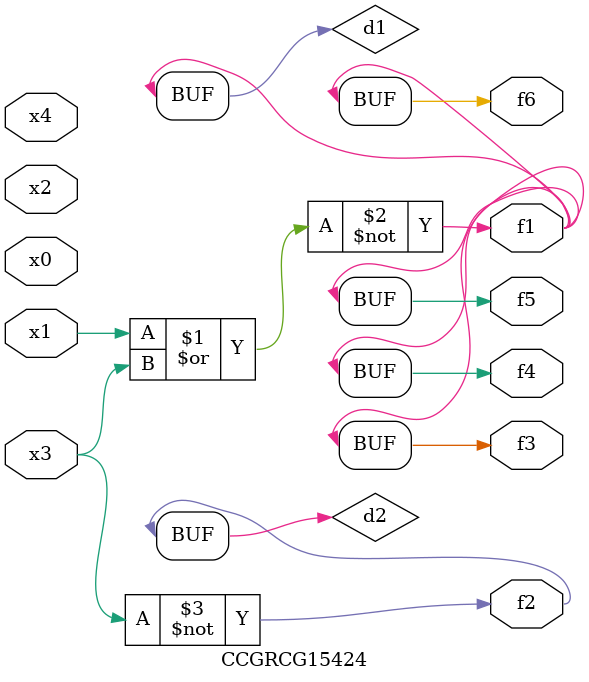
<source format=v>
module CCGRCG15424(
	input x0, x1, x2, x3, x4,
	output f1, f2, f3, f4, f5, f6
);

	wire d1, d2;

	nor (d1, x1, x3);
	not (d2, x3);
	assign f1 = d1;
	assign f2 = d2;
	assign f3 = d1;
	assign f4 = d1;
	assign f5 = d1;
	assign f6 = d1;
endmodule

</source>
